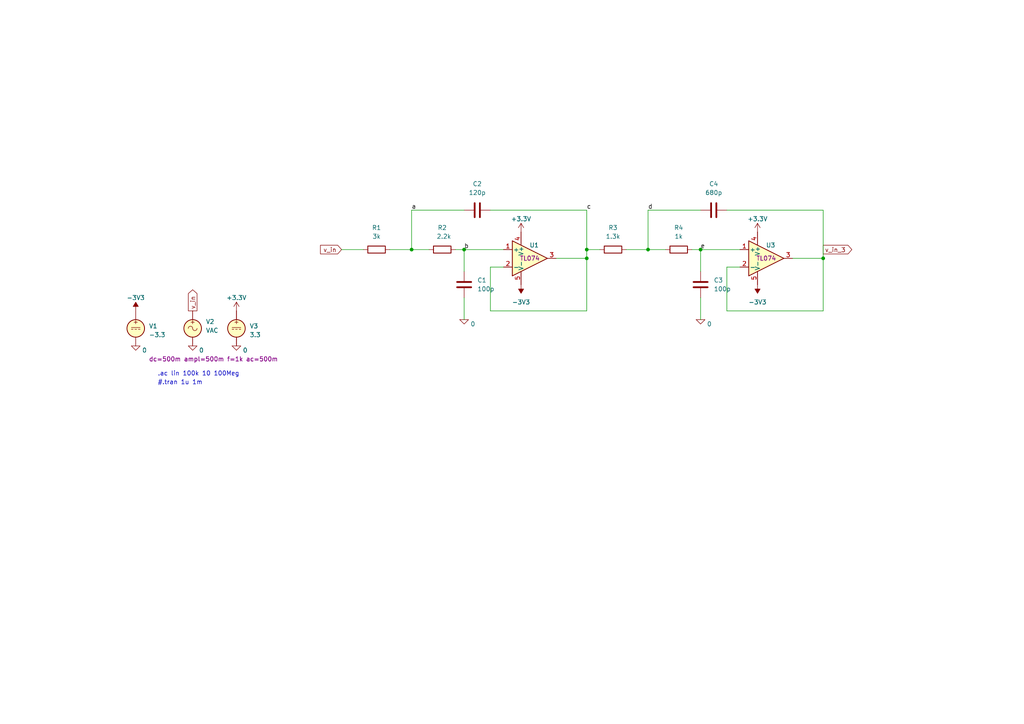
<source format=kicad_sch>
(kicad_sch (version 20230121) (generator eeschema)
  (paper "A4")
  (lib_symbols
    (symbol "Device:C" (pin_numbers hide) (pin_names (offset 0.254))
      (property "Reference" "C" (at 0.635 2.54 0))
      (property "Value" "C" (at 0.635 -2.54 0))
      (symbol "C_0_1"
        (polyline (pts (xy -2.032 -0.762) (xy 2.032 -0.762)) (stroke (width 0.508)))
        (polyline (pts (xy -2.032 0.762) (xy 2.032 0.762)) (stroke (width 0.508)))
      )
      (symbol "C_1_1"
        (pin passive line (at 0 3.81 270) (length 2.794) (name "~") (number "1"))
        (pin passive line (at 0 -3.81 90) (length 2.794) (name "~") (number "2"))
      )
    )
    (symbol "Device:R" (pin_numbers hide) (pin_names (offset 0))
      (property "Reference" "R" (at 2.032 0 90))
      (property "Value" "R" (at 0 0 90))
      (symbol "R_0_1"
        (rectangle (start -1.016 -2.54) (end 1.016 2.54) (stroke (width 0.254)))
      )
      (symbol "R_1_1"
        (pin passive line (at 0 3.81 270) (length 1.27) (name "~") (number "1"))
        (pin passive line (at 0 -3.81 90) (length 1.27) (name "~") (number "2"))
      )
    )
    (symbol "Simulation_SPICE:0" (power) (pin_names (offset 0))
      (property "Value" "0" (at 0 -1.778 0))
      (symbol "0_0_1"
        (polyline (pts (xy -1.27 0) (xy 0 -1.27) (xy 1.27 0) (xy -1.27 0)))
      )
      (symbol "0_1_1"
        (pin power_in line (at 0 0 0) (length 0) hide (name "0") (number "1"))
      )
    )
    (symbol "Simulation_SPICE:OPAMP" (pin_names (offset 0.254))
      (property "Reference" "U" (at 3.81 3.175 0))
      (property "Value" "${SIM.PARAMS}" (at 3.81 -3.175 0))
      (symbol "OPAMP_0_1"
        (polyline (pts (xy 5.08 0) (xy -5.08 5.08) (xy -5.08 -5.08) (xy 5.08 0)) (stroke (width 0.254)) (fill (type background)))
      )
      (symbol "OPAMP_1_1"
        (pin input line (at -7.62 2.54 0) (length 2.54) (name "+") (number "1"))
        (pin input line (at -7.62 -2.54 0) (length 2.54) (name "-") (number "2"))
        (pin output line (at 7.62 0 180) (length 2.54) (name "~") (number "3"))
        (pin power_in line (at -2.54 7.62 270) (length 3.81) (name "V+") (number "4"))
        (pin power_in line (at -2.54 -7.62 90) (length 3.81) (name "V-") (number "5"))
      )
    )
    (symbol "Simulation_SPICE:VDC" (pin_numbers hide) (pin_names (offset 0.0254))
      (property "Reference" "V" (at 2.54 2.54 0))
      (property "Value" "1" (at 2.54 0 0))
      (symbol "VDC_0_0"
        (polyline (pts (xy -1.27 0.254) (xy 1.27 0.254)))
        (polyline (pts (xy -0.762 -0.254) (xy -1.27 -0.254)))
        (polyline (pts (xy 0.254 -0.254) (xy -0.254 -0.254)))
        (polyline (pts (xy 1.27 -0.254) (xy 0.762 -0.254)))
        (text "+" (at 0 1.905 0) (effects (font (size 1.27 1.27))))
      )
      (symbol "VDC_0_1"
        (circle (center 0 0) (radius 2.54) (stroke (width 0.254)) (fill (type background)))
      )
      (symbol "VDC_1_1"
        (pin passive line (at 0 5.08 270) (length 2.54) (name "~") (number "1"))
        (pin passive line (at 0 -5.08 90) (length 2.54) (name "~") (number "2"))
      )
    )
    (symbol "Simulation_SPICE:VSIN" (pin_numbers hide) (pin_names (offset 0.0254))
      (property "Reference" "V" (at 2.54 2.54 0))
      (property "Value" "VSIN" (at 2.54 0 0))
      (property "Sim.Params" "dc=0 ampl=1 f=1k ac=1" (at 2.54 -2.54 0))
      (symbol "VSIN_0_0"
        (arc (start 0 0) (mid -0.635 0.6323) (end -1.27 0))
        (arc (start 0 0) (mid 0.635 -0.6323) (end 1.27 0))
        (text "+" (at 0 1.905 0) (effects (font (size 1.27 1.27))))
      )
      (symbol "VSIN_0_1"
        (circle (center 0 0) (radius 2.54) (stroke (width 0.254)) (fill (type background)))
      )
      (symbol "VSIN_1_1"
        (pin passive line (at 0 5.08 270) (length 2.54) (name "~") (number "1"))
        (pin passive line (at 0 -5.08 90) (length 2.54) (name "~") (number "2"))
      )
    )
    (symbol "power:+3.3V" (power) (pin_names (offset 0))
      (property "Value" "+3.3V" (at 0 3.556 0))
      (symbol "+3.3V_0_1"
        (polyline (pts (xy -0.762 1.27) (xy 0 2.54)))
        (polyline (pts (xy 0 0) (xy 0 2.54)))
        (polyline (pts (xy 0 2.54) (xy 0.762 1.27)))
      )
      (symbol "+3.3V_1_1"
        (pin power_in line (at 0 0 90) (length 0) hide (name "+3.3V") (number "1"))
      )
    )
    (symbol "power:-3V3" (power) (pin_names (offset 0))
      (property "Value" "-3V3" (at 0 3.81 0))
      (symbol "-3V3_0_0"
        (pin power_in line (at 0 0 90) (length 0) hide (name "-3V3") (number "1"))
      )
      (symbol "-3V3_0_1"
        (polyline (pts (xy 0 0) (xy 0 1.27) (xy 0.762 1.27) (xy 0 2.54) (xy -0.762 1.27) (xy 0 1.27)) (fill (type outline)))
      )
    )
  )
  (junction (at 238.76 74.93))
  (junction (at 119.38 72.39))
  (junction (at 134.62 72.39))
  (junction (at 170.18 72.39))
  (junction (at 170.18 74.93))
  (junction (at 187.96 72.39))
  (junction (at 203.2 72.39))
  (wire (pts (xy 238.76 60.96) (xy 238.76 74.93)))
  (wire (pts (xy 210.82 90.17) (xy 238.76 90.17)))
  (wire (pts (xy 203.2 60.96) (xy 187.96 60.96)))
  (wire (pts (xy 142.24 60.96) (xy 170.18 60.96)))
  (wire (pts (xy 99.06 72.39) (xy 105.41 72.39)))
  (wire (pts (xy 113.03 72.39) (xy 119.38 72.39)))
  (wire (pts (xy 142.24 90.17) (xy 170.18 90.17)))
  (wire (pts (xy 203.2 72.39) (xy 203.2 78.74)))
  (wire (pts (xy 203.2 72.39) (xy 214.63 72.39)))
  (wire (pts (xy 187.96 72.39) (xy 193.04 72.39)))
  (wire (pts (xy 214.63 77.47) (xy 210.82 77.47)))
  (wire (pts (xy 132.08 72.39) (xy 134.62 72.39)))
  (wire (pts (xy 142.24 77.47) (xy 142.24 90.17)))
  (wire (pts (xy 119.38 72.39) (xy 124.46 72.39)))
  (wire (pts (xy 146.05 77.47) (xy 142.24 77.47)))
  (wire (pts (xy 181.61 72.39) (xy 187.96 72.39)))
  (wire (pts (xy 161.29 74.93) (xy 170.18 74.93)))
  (wire (pts (xy 170.18 74.93) (xy 170.18 90.17)))
  (wire (pts (xy 170.18 72.39) (xy 173.99 72.39)))
  (wire (pts (xy 134.62 72.39) (xy 146.05 72.39)))
  (wire (pts (xy 119.38 60.96) (xy 119.38 72.39)))
  (wire (pts (xy 134.62 60.96) (xy 119.38 60.96)))
  (wire (pts (xy 203.2 86.36) (xy 203.2 92.71)))
  (wire (pts (xy 134.62 86.36) (xy 134.62 92.71)))
  (wire (pts (xy 238.76 74.93) (xy 238.76 90.17)))
  (wire (pts (xy 187.96 60.96) (xy 187.96 72.39)))
  (wire (pts (xy 134.62 72.39) (xy 134.62 78.74)))
  (wire (pts (xy 200.66 72.39) (xy 203.2 72.39)))
  (wire (pts (xy 170.18 60.96) (xy 170.18 72.39)))
  (wire (pts (xy 210.82 60.96) (xy 238.76 60.96)))
  (wire (pts (xy 229.87 74.93) (xy 238.76 74.93)))
  (wire (pts (xy 170.18 72.39) (xy 170.18 74.93)))
  (wire (pts (xy 210.82 77.47) (xy 210.82 90.17)))
  (text "#.tran 1u 1m" (at 45.72 111.76 0) (effects (font (size 1.27 1.27)) (justify left bottom)))
  (text ".ac lin 100k 10 100Meg" (at 45.72 109.22 0) (effects (font (size 1.27 1.27)) (justify left bottom)))
  (label "d" (at 187.96 60.96 0))
  (label "a" (at 119.38 60.96 0))
  (label "e" (at 203.2 72.39 0))
  (label "b" (at 134.62 72.39 0))
  (label "c" (at 170.18 60.96 0))
  (global_label "v_in" (shape output) (at 55.88 90.17 90) (property "Intersheetrefs" "${INTERSHEET_REFS}" (effects hide)))
  (global_label "v_in_3" (shape output) (at 238.76 72.39 0) (property "Intersheetrefs" "${INTERSHEET_REFS}" (effects hide)))
  (global_label "v_in" (shape input) (at 99.06 72.39 180) (property "Intersheetrefs" "${INTERSHEET_REFS}" (effects hide)))
  (symbol (lib_id "Simulation_SPICE:0") (at 55.88 100.33 0) (unit 1)
    (property "Reference" "#GND02" (effects hide))
    (property "Value" "0" (at 58.42 101.6 0))
  )
  (symbol (lib_id "power:-3V3") (at 39.37 90.17 0) (unit 1)
    (property "Reference" "#PWR01" (effects hide))
    (property "Value" "-3V3" (at 39.37 86.36 0))
  )
  (symbol (lib_id "Device:C") (at 138.43 60.96 270) (unit 1)
    (property "Reference" "C2" (at 138.43 53.34 90))
    (property "Value" "120p" (at 138.43 55.88 90))
  )
  (symbol (lib_id "power:-3V3") (at 219.71 82.55 180) (unit 1)
    (property "Reference" "#PWR08" (effects hide))
    (property "Value" "-3V3" (at 219.71 87.63 0))
  )
  (symbol (lib_id "Simulation_SPICE:OPAMP") (at 222.25 74.93 0) (unit 1)
    (property "Reference" "U3" (at 223.52 71.12 0))
    (property "Value" "${SIM.PARAMS}" (effects hide))
    (property "Sim.Library" "/home/kevin/Documents/Rust/scaling_and_offset_circuit_calculator/circuits/SPICE/TL074.lib" (effects hide))
    (property "Sim.Name" "TL074" (at 222.25 74.93 0))
    (property "Sim.Device" "SUBCKT" (effects hide))
    (property "Sim.Pins" "1=1 2=2 3=5 4=3 5=4" (effects hide))
  )
  (symbol (lib_id "Simulation_SPICE:VDC") (at 68.58 95.25 0) (unit 1)
    (property "Reference" "V3" (at 72.39 94.5792 0) (effects (justify left)))
    (property "Value" "3.3" (at 72.39 97.1192 0) (effects (justify left)))
    (property "Sim.Pins" "1=+ 2=-" (effects hide))
    (property "Sim.Type" "DC" (effects hide))
    (property "Sim.Device" "V" (effects hide))
  )
  (symbol (lib_id "Device:C") (at 203.2 82.55 180) (unit 1)
    (property "Reference" "C3" (at 207.01 81.28 0) (effects (justify right)))
    (property "Value" "100p" (at 207.01 83.82 0) (effects (justify right)))
  )
  (symbol (lib_id "Device:C") (at 207.01 60.96 270) (unit 1)
    (property "Reference" "C4" (at 207.01 53.34 90))
    (property "Value" "680p" (at 207.01 55.88 90))
  )
  (symbol (lib_id "Simulation_SPICE:0") (at 68.58 100.33 0) (unit 1)
    (property "Reference" "#GND03" (effects hide))
    (property "Value" "0" (at 71.12 101.6 0))
  )
  (symbol (lib_id "power:+3.3V") (at 68.58 90.17 0) (unit 1)
    (property "Reference" "#PWR02" (effects hide))
    (property "Value" "+3.3V" (at 68.58 86.36 0))
  )
  (symbol (lib_id "Simulation_SPICE:0") (at 203.2 92.71 0) (unit 1)
    (property "Reference" "#GND06" (effects hide))
    (property "Value" "0" (at 205.74 93.98 0))
  )
  (symbol (lib_id "Device:C") (at 134.62 82.55 180) (unit 1)
    (property "Reference" "C1" (at 138.43 81.28 0) (effects (justify right)))
    (property "Value" "100p" (at 138.43 83.82 0) (effects (justify right)))
  )
  (symbol (lib_id "Simulation_SPICE:0") (at 134.62 92.71 0) (unit 1)
    (property "Reference" "#GND04" (effects hide))
    (property "Value" "0" (at 137.16 93.98 0))
  )
  (symbol (lib_id "power:+3.3V") (at 219.71 67.31 0) (unit 1)
    (property "Reference" "#PWR07" (effects hide))
    (property "Value" "+3.3V" (at 219.71 63.5 0))
  )
  (symbol (lib_id "Simulation_SPICE:VSIN") (at 55.88 95.25 0) (unit 1)
    (property "Reference" "V2" (at 59.69 93.3092 0) (effects (justify left)))
    (property "Value" "VAC" (at 59.69 95.8492 0) (effects (justify left)))
    (property "Sim.Pins" "1=+ 2=-" (effects hide))
    (property "Sim.Params" "dc=500m ampl=500m f=1k ac=500m" (at 43.18 104.14 0) (effects (justify left)))
    (property "Sim.Type" "SIN" (effects hide))
    (property "Sim.Device" "V" (effects hide))
  )
  (symbol (lib_id "Simulation_SPICE:VDC") (at 39.37 95.25 0) (unit 1)
    (property "Reference" "V1" (at 43.18 94.5792 0) (effects (justify left)))
    (property "Value" "-3.3" (at 43.18 97.1192 0) (effects (justify left)))
    (property "Sim.Pins" "1=+ 2=-" (effects hide))
    (property "Sim.Type" "DC" (effects hide))
    (property "Sim.Device" "V" (effects hide))
  )
  (symbol (lib_id "Simulation_SPICE:0") (at 39.37 100.33 0) (unit 1)
    (property "Reference" "#GND01" (effects hide))
    (property "Value" "0" (at 41.91 101.6 0))
  )
  (symbol (lib_id "Device:R") (at 196.85 72.39 90) (unit 1)
    (property "Reference" "R4" (at 196.85 66.04 90))
    (property "Value" "1k" (at 196.85 68.58 90))
  )
  (symbol (lib_id "Device:R") (at 128.27 72.39 90) (unit 1)
    (property "Reference" "R2" (at 128.27 66.04 90))
    (property "Value" " 2.2k" (at 128.27 68.58 90))
  )
  (symbol (lib_id "Simulation_SPICE:OPAMP") (at 153.67 74.93 0) (unit 1)
    (property "Reference" "U1" (at 154.94 71.12 0))
    (property "Value" "${SIM.PARAMS}" (effects hide))
    (property "Sim.Library" "/home/kevin/Documents/Rust/scaling_and_offset_circuit_calculator/circuits/SPICE/TL074.lib" (effects hide))
    (property "Sim.Name" "TL074" (at 153.67 74.93 0))
    (property "Sim.Device" "SUBCKT" (effects hide))
    (property "Sim.Pins" "1=1 2=2 3=5 4=3 5=4" (effects hide))
  )
  (symbol (lib_id "power:+3.3V") (at 151.13 67.31 0) (unit 1)
    (property "Reference" "#PWR03" (effects hide))
    (property "Value" "+3.3V" (at 151.13 63.5 0))
  )
  (symbol (lib_id "Device:R") (at 177.8 72.39 90) (unit 1)
    (property "Reference" "R3" (at 177.8 66.04 90))
    (property "Value" "1.3k" (at 177.8 68.58 90))
  )
  (symbol (lib_id "Device:R") (at 109.22 72.39 90) (unit 1)
    (property "Reference" "R1" (at 109.22 66.04 90))
    (property "Value" "3k" (at 109.22 68.58 90))
  )
  (symbol (lib_id "power:-3V3") (at 151.13 82.55 180) (unit 1)
    (property "Reference" "#PWR04" (effects hide))
    (property "Value" "-3V3" (at 151.13 87.63 0))
  )
)
</source>
